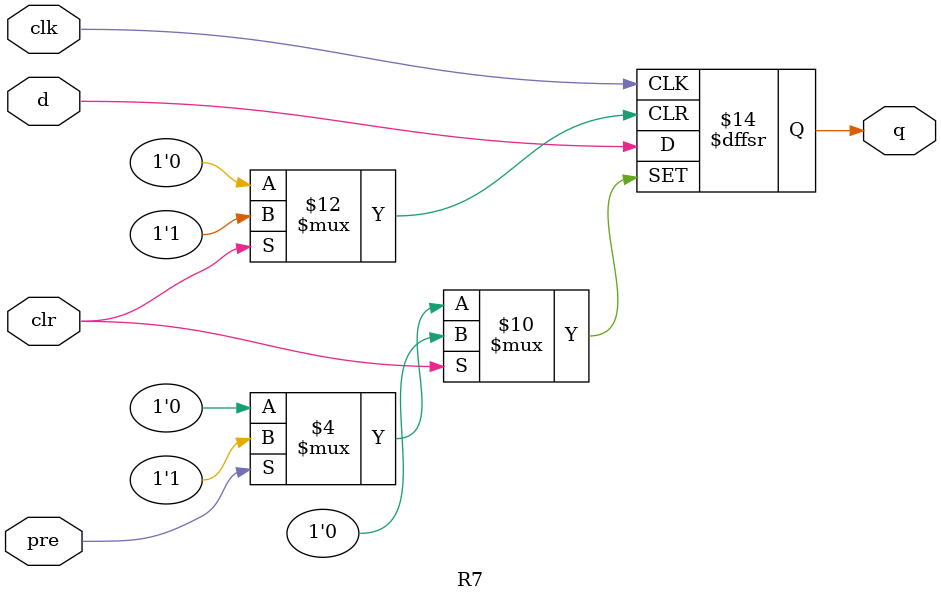
<source format=v>
module R7(d, clk, clr, pre, q);
	input d, clk, clr, pre;
	output reg q;
	
	   always @ (posedge clk or posedge clr or posedge pre) begin
      if (clr)
		begin
			q <= 0;
		end
      else if (pre)
		begin
			q <= 1;
		end
      else
		begin
			q <= d;
		end
   end
endmodule

</source>
